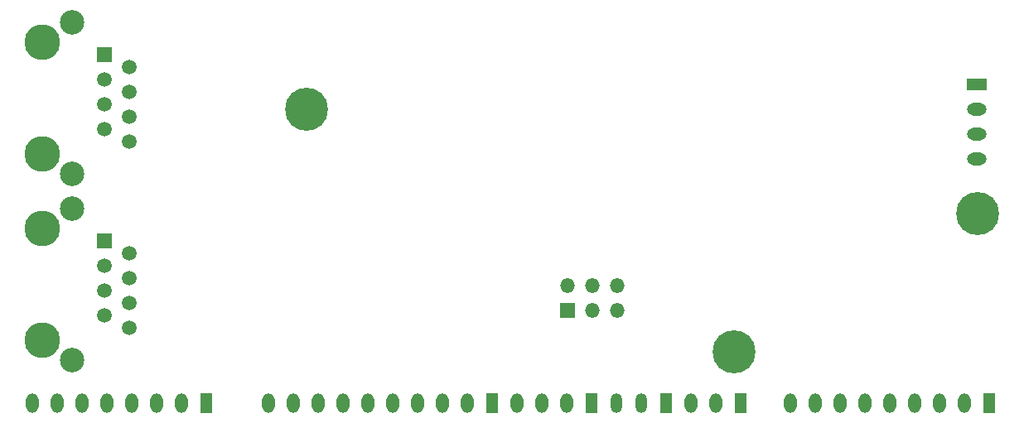
<source format=gbr>
G04 #@! TF.GenerationSoftware,KiCad,Pcbnew,(5.0.0-rc2-dev-495-g4202bb6af)*
G04 #@! TF.CreationDate,2018-05-11T16:10:11-03:00*
G04 #@! TF.ProjectId,atmega_can_shield,61746D6567615F63616E5F736869656C,rev?*
G04 #@! TF.SameCoordinates,PX6a95280PY3efb0c0*
G04 #@! TF.FileFunction,Soldermask,Bot*
G04 #@! TF.FilePolarity,Negative*
%FSLAX46Y46*%
G04 Gerber Fmt 4.6, Leading zero omitted, Abs format (unit mm)*
G04 Created by KiCad (PCBNEW (5.0.0-rc2-dev-495-g4202bb6af)) date Fri May 11 16:10:11 2018*
%MOMM*%
%LPD*%
G01*
G04 APERTURE LIST*
%ADD10C,0.700000*%
%ADD11C,4.400000*%
%ADD12C,2.500000*%
%ADD13C,1.500000*%
%ADD14R,1.500000X1.500000*%
%ADD15C,3.650000*%
%ADD16R,2.000000X1.300000*%
%ADD17O,2.000000X1.300000*%
%ADD18O,1.500000X1.500000*%
%ADD19R,1.300000X2.000000*%
%ADD20O,1.300000X2.000000*%
%ADD21O,1.200000X2.000000*%
G04 APERTURE END LIST*
D10*
X75461726Y-35512548D03*
X74295000Y-35029274D03*
X73128274Y-35512548D03*
X72645000Y-36679274D03*
X73128274Y-37846000D03*
X74295000Y-38329274D03*
X75461726Y-37846000D03*
X75945000Y-36679274D03*
D11*
X74295000Y-36679274D03*
X99187000Y-22479000D03*
D10*
X100837000Y-22479000D03*
X100353726Y-23645726D03*
X99187000Y-24129000D03*
X98020274Y-23645726D03*
X97537000Y-22479000D03*
X98020274Y-21312274D03*
X99187000Y-20829000D03*
X100353726Y-21312274D03*
X31774726Y-10644274D03*
X30608000Y-10161000D03*
X29441274Y-10644274D03*
X28958000Y-11811000D03*
X29441274Y-12977726D03*
X30608000Y-13461000D03*
X31774726Y-12977726D03*
X32258000Y-11811000D03*
D11*
X30608000Y-11811000D03*
D12*
X6621304Y-18469296D03*
X6621304Y-2969296D03*
D13*
X12461304Y-15164296D03*
X9921304Y-13894296D03*
X12461304Y-12624296D03*
X9921304Y-11354296D03*
X12461304Y-10084296D03*
X9921304Y-8814296D03*
X12461304Y-7544296D03*
D14*
X9921304Y-6274296D03*
D15*
X3571304Y-5004296D03*
X3571304Y-16434296D03*
D12*
X6621304Y-37519296D03*
X6621304Y-22019296D03*
D13*
X12461304Y-34214296D03*
X9921304Y-32944296D03*
X12461304Y-31674296D03*
X9921304Y-30404296D03*
X12461304Y-29134296D03*
X9921304Y-27864296D03*
X12461304Y-26594296D03*
D14*
X9921304Y-25324296D03*
D15*
X3571304Y-24054296D03*
X3571304Y-35484296D03*
D16*
X99060000Y-9271000D03*
D17*
X99060000Y-11811000D03*
X99060000Y-14351000D03*
X99060000Y-16891000D03*
D14*
X57251600Y-32461200D03*
D18*
X59791600Y-32461200D03*
X62331600Y-32461200D03*
X57251600Y-29921200D03*
X59791600Y-29921200D03*
X62331600Y-29921200D03*
D19*
X49530000Y-41910000D03*
D20*
X46990000Y-41910000D03*
X44450000Y-41910000D03*
X41910000Y-41910000D03*
X39370000Y-41910000D03*
X36830000Y-41910000D03*
X34290000Y-41910000D03*
X31750000Y-41910000D03*
X29210000Y-41910000D03*
X26670000Y-41910000D03*
D19*
X100330000Y-41910000D03*
D20*
X97790000Y-41910000D03*
X95250000Y-41910000D03*
X92710000Y-41910000D03*
X90170000Y-41910000D03*
X87630000Y-41910000D03*
X85090000Y-41910000D03*
X82550000Y-41910000D03*
X80010000Y-41910000D03*
D19*
X67310000Y-41910000D03*
D21*
X64770000Y-41910000D03*
X62230000Y-41910000D03*
D19*
X59690000Y-41910000D03*
D20*
X57150000Y-41910000D03*
X54610000Y-41910000D03*
X52070000Y-41910000D03*
D19*
X74930000Y-41910000D03*
D20*
X72390000Y-41910000D03*
X69850000Y-41910000D03*
D19*
X20320000Y-41910000D03*
D20*
X17780000Y-41910000D03*
X15240000Y-41910000D03*
X12700000Y-41910000D03*
X10160000Y-41910000D03*
X7620000Y-41910000D03*
X5080000Y-41910000D03*
X2540000Y-41910000D03*
M02*

</source>
